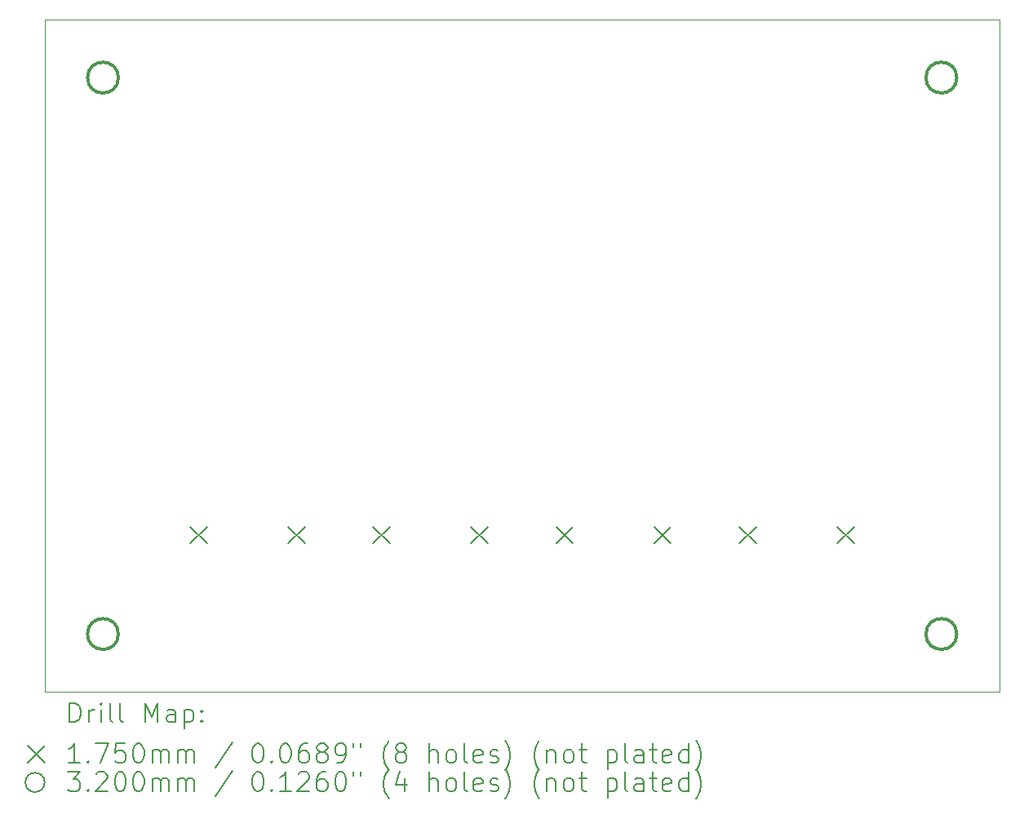
<source format=gbr>
%TF.GenerationSoftware,KiCad,Pcbnew,8.0.1*%
%TF.CreationDate,2024-04-13T19:33:17-07:00*%
%TF.ProjectId,strellpad,73747265-6c6c-4706-9164-2e6b69636164,rev?*%
%TF.SameCoordinates,Original*%
%TF.FileFunction,Drillmap*%
%TF.FilePolarity,Positive*%
%FSLAX45Y45*%
G04 Gerber Fmt 4.5, Leading zero omitted, Abs format (unit mm)*
G04 Created by KiCad (PCBNEW 8.0.1) date 2024-04-13 19:33:17*
%MOMM*%
%LPD*%
G01*
G04 APERTURE LIST*
%ADD10C,0.100000*%
%ADD11C,0.200000*%
%ADD12C,0.175000*%
%ADD13C,0.320000*%
G04 APERTURE END LIST*
D10*
X8571000Y-8750000D02*
X18471000Y-8750000D01*
X18471000Y-15725000D01*
X8571000Y-15725000D01*
X8571000Y-8750000D01*
D11*
D12*
X10075500Y-14012500D02*
X10250500Y-14187500D01*
X10250500Y-14012500D02*
X10075500Y-14187500D01*
X11091500Y-14012500D02*
X11266500Y-14187500D01*
X11266500Y-14012500D02*
X11091500Y-14187500D01*
X11975500Y-14012500D02*
X12150500Y-14187500D01*
X12150500Y-14012500D02*
X11975500Y-14187500D01*
X12991500Y-14012500D02*
X13166500Y-14187500D01*
X13166500Y-14012500D02*
X12991500Y-14187500D01*
X13875500Y-14012500D02*
X14050500Y-14187500D01*
X14050500Y-14012500D02*
X13875500Y-14187500D01*
X14891500Y-14012500D02*
X15066500Y-14187500D01*
X15066500Y-14012500D02*
X14891500Y-14187500D01*
X15775500Y-14012500D02*
X15950500Y-14187500D01*
X15950500Y-14012500D02*
X15775500Y-14187500D01*
X16791500Y-14012500D02*
X16966500Y-14187500D01*
X16966500Y-14012500D02*
X16791500Y-14187500D01*
D13*
X9331000Y-9350000D02*
G75*
G02*
X9011000Y-9350000I-160000J0D01*
G01*
X9011000Y-9350000D02*
G75*
G02*
X9331000Y-9350000I160000J0D01*
G01*
X9331000Y-15125000D02*
G75*
G02*
X9011000Y-15125000I-160000J0D01*
G01*
X9011000Y-15125000D02*
G75*
G02*
X9331000Y-15125000I160000J0D01*
G01*
X18031000Y-9350000D02*
G75*
G02*
X17711000Y-9350000I-160000J0D01*
G01*
X17711000Y-9350000D02*
G75*
G02*
X18031000Y-9350000I160000J0D01*
G01*
X18031000Y-15125000D02*
G75*
G02*
X17711000Y-15125000I-160000J0D01*
G01*
X17711000Y-15125000D02*
G75*
G02*
X18031000Y-15125000I160000J0D01*
G01*
D11*
X8826777Y-16041484D02*
X8826777Y-15841484D01*
X8826777Y-15841484D02*
X8874396Y-15841484D01*
X8874396Y-15841484D02*
X8902967Y-15851008D01*
X8902967Y-15851008D02*
X8922015Y-15870055D01*
X8922015Y-15870055D02*
X8931539Y-15889103D01*
X8931539Y-15889103D02*
X8941063Y-15927198D01*
X8941063Y-15927198D02*
X8941063Y-15955769D01*
X8941063Y-15955769D02*
X8931539Y-15993865D01*
X8931539Y-15993865D02*
X8922015Y-16012912D01*
X8922015Y-16012912D02*
X8902967Y-16031960D01*
X8902967Y-16031960D02*
X8874396Y-16041484D01*
X8874396Y-16041484D02*
X8826777Y-16041484D01*
X9026777Y-16041484D02*
X9026777Y-15908150D01*
X9026777Y-15946246D02*
X9036301Y-15927198D01*
X9036301Y-15927198D02*
X9045824Y-15917674D01*
X9045824Y-15917674D02*
X9064872Y-15908150D01*
X9064872Y-15908150D02*
X9083920Y-15908150D01*
X9150586Y-16041484D02*
X9150586Y-15908150D01*
X9150586Y-15841484D02*
X9141063Y-15851008D01*
X9141063Y-15851008D02*
X9150586Y-15860531D01*
X9150586Y-15860531D02*
X9160110Y-15851008D01*
X9160110Y-15851008D02*
X9150586Y-15841484D01*
X9150586Y-15841484D02*
X9150586Y-15860531D01*
X9274396Y-16041484D02*
X9255348Y-16031960D01*
X9255348Y-16031960D02*
X9245824Y-16012912D01*
X9245824Y-16012912D02*
X9245824Y-15841484D01*
X9379158Y-16041484D02*
X9360110Y-16031960D01*
X9360110Y-16031960D02*
X9350586Y-16012912D01*
X9350586Y-16012912D02*
X9350586Y-15841484D01*
X9607729Y-16041484D02*
X9607729Y-15841484D01*
X9607729Y-15841484D02*
X9674396Y-15984341D01*
X9674396Y-15984341D02*
X9741063Y-15841484D01*
X9741063Y-15841484D02*
X9741063Y-16041484D01*
X9922015Y-16041484D02*
X9922015Y-15936722D01*
X9922015Y-15936722D02*
X9912491Y-15917674D01*
X9912491Y-15917674D02*
X9893444Y-15908150D01*
X9893444Y-15908150D02*
X9855348Y-15908150D01*
X9855348Y-15908150D02*
X9836301Y-15917674D01*
X9922015Y-16031960D02*
X9902967Y-16041484D01*
X9902967Y-16041484D02*
X9855348Y-16041484D01*
X9855348Y-16041484D02*
X9836301Y-16031960D01*
X9836301Y-16031960D02*
X9826777Y-16012912D01*
X9826777Y-16012912D02*
X9826777Y-15993865D01*
X9826777Y-15993865D02*
X9836301Y-15974817D01*
X9836301Y-15974817D02*
X9855348Y-15965293D01*
X9855348Y-15965293D02*
X9902967Y-15965293D01*
X9902967Y-15965293D02*
X9922015Y-15955769D01*
X10017253Y-15908150D02*
X10017253Y-16108150D01*
X10017253Y-15917674D02*
X10036301Y-15908150D01*
X10036301Y-15908150D02*
X10074396Y-15908150D01*
X10074396Y-15908150D02*
X10093444Y-15917674D01*
X10093444Y-15917674D02*
X10102967Y-15927198D01*
X10102967Y-15927198D02*
X10112491Y-15946246D01*
X10112491Y-15946246D02*
X10112491Y-16003388D01*
X10112491Y-16003388D02*
X10102967Y-16022436D01*
X10102967Y-16022436D02*
X10093444Y-16031960D01*
X10093444Y-16031960D02*
X10074396Y-16041484D01*
X10074396Y-16041484D02*
X10036301Y-16041484D01*
X10036301Y-16041484D02*
X10017253Y-16031960D01*
X10198205Y-16022436D02*
X10207729Y-16031960D01*
X10207729Y-16031960D02*
X10198205Y-16041484D01*
X10198205Y-16041484D02*
X10188682Y-16031960D01*
X10188682Y-16031960D02*
X10198205Y-16022436D01*
X10198205Y-16022436D02*
X10198205Y-16041484D01*
X10198205Y-15917674D02*
X10207729Y-15927198D01*
X10207729Y-15927198D02*
X10198205Y-15936722D01*
X10198205Y-15936722D02*
X10188682Y-15927198D01*
X10188682Y-15927198D02*
X10198205Y-15917674D01*
X10198205Y-15917674D02*
X10198205Y-15936722D01*
D12*
X8391000Y-16282500D02*
X8566000Y-16457500D01*
X8566000Y-16282500D02*
X8391000Y-16457500D01*
D11*
X8931539Y-16461484D02*
X8817253Y-16461484D01*
X8874396Y-16461484D02*
X8874396Y-16261484D01*
X8874396Y-16261484D02*
X8855348Y-16290055D01*
X8855348Y-16290055D02*
X8836301Y-16309103D01*
X8836301Y-16309103D02*
X8817253Y-16318627D01*
X9017253Y-16442436D02*
X9026777Y-16451960D01*
X9026777Y-16451960D02*
X9017253Y-16461484D01*
X9017253Y-16461484D02*
X9007729Y-16451960D01*
X9007729Y-16451960D02*
X9017253Y-16442436D01*
X9017253Y-16442436D02*
X9017253Y-16461484D01*
X9093444Y-16261484D02*
X9226777Y-16261484D01*
X9226777Y-16261484D02*
X9141063Y-16461484D01*
X9398205Y-16261484D02*
X9302967Y-16261484D01*
X9302967Y-16261484D02*
X9293444Y-16356722D01*
X9293444Y-16356722D02*
X9302967Y-16347198D01*
X9302967Y-16347198D02*
X9322015Y-16337674D01*
X9322015Y-16337674D02*
X9369634Y-16337674D01*
X9369634Y-16337674D02*
X9388682Y-16347198D01*
X9388682Y-16347198D02*
X9398205Y-16356722D01*
X9398205Y-16356722D02*
X9407729Y-16375769D01*
X9407729Y-16375769D02*
X9407729Y-16423388D01*
X9407729Y-16423388D02*
X9398205Y-16442436D01*
X9398205Y-16442436D02*
X9388682Y-16451960D01*
X9388682Y-16451960D02*
X9369634Y-16461484D01*
X9369634Y-16461484D02*
X9322015Y-16461484D01*
X9322015Y-16461484D02*
X9302967Y-16451960D01*
X9302967Y-16451960D02*
X9293444Y-16442436D01*
X9531539Y-16261484D02*
X9550586Y-16261484D01*
X9550586Y-16261484D02*
X9569634Y-16271008D01*
X9569634Y-16271008D02*
X9579158Y-16280531D01*
X9579158Y-16280531D02*
X9588682Y-16299579D01*
X9588682Y-16299579D02*
X9598205Y-16337674D01*
X9598205Y-16337674D02*
X9598205Y-16385293D01*
X9598205Y-16385293D02*
X9588682Y-16423388D01*
X9588682Y-16423388D02*
X9579158Y-16442436D01*
X9579158Y-16442436D02*
X9569634Y-16451960D01*
X9569634Y-16451960D02*
X9550586Y-16461484D01*
X9550586Y-16461484D02*
X9531539Y-16461484D01*
X9531539Y-16461484D02*
X9512491Y-16451960D01*
X9512491Y-16451960D02*
X9502967Y-16442436D01*
X9502967Y-16442436D02*
X9493444Y-16423388D01*
X9493444Y-16423388D02*
X9483920Y-16385293D01*
X9483920Y-16385293D02*
X9483920Y-16337674D01*
X9483920Y-16337674D02*
X9493444Y-16299579D01*
X9493444Y-16299579D02*
X9502967Y-16280531D01*
X9502967Y-16280531D02*
X9512491Y-16271008D01*
X9512491Y-16271008D02*
X9531539Y-16261484D01*
X9683920Y-16461484D02*
X9683920Y-16328150D01*
X9683920Y-16347198D02*
X9693444Y-16337674D01*
X9693444Y-16337674D02*
X9712491Y-16328150D01*
X9712491Y-16328150D02*
X9741063Y-16328150D01*
X9741063Y-16328150D02*
X9760110Y-16337674D01*
X9760110Y-16337674D02*
X9769634Y-16356722D01*
X9769634Y-16356722D02*
X9769634Y-16461484D01*
X9769634Y-16356722D02*
X9779158Y-16337674D01*
X9779158Y-16337674D02*
X9798205Y-16328150D01*
X9798205Y-16328150D02*
X9826777Y-16328150D01*
X9826777Y-16328150D02*
X9845825Y-16337674D01*
X9845825Y-16337674D02*
X9855348Y-16356722D01*
X9855348Y-16356722D02*
X9855348Y-16461484D01*
X9950586Y-16461484D02*
X9950586Y-16328150D01*
X9950586Y-16347198D02*
X9960110Y-16337674D01*
X9960110Y-16337674D02*
X9979158Y-16328150D01*
X9979158Y-16328150D02*
X10007729Y-16328150D01*
X10007729Y-16328150D02*
X10026777Y-16337674D01*
X10026777Y-16337674D02*
X10036301Y-16356722D01*
X10036301Y-16356722D02*
X10036301Y-16461484D01*
X10036301Y-16356722D02*
X10045825Y-16337674D01*
X10045825Y-16337674D02*
X10064872Y-16328150D01*
X10064872Y-16328150D02*
X10093444Y-16328150D01*
X10093444Y-16328150D02*
X10112491Y-16337674D01*
X10112491Y-16337674D02*
X10122015Y-16356722D01*
X10122015Y-16356722D02*
X10122015Y-16461484D01*
X10512491Y-16251960D02*
X10341063Y-16509103D01*
X10769634Y-16261484D02*
X10788682Y-16261484D01*
X10788682Y-16261484D02*
X10807729Y-16271008D01*
X10807729Y-16271008D02*
X10817253Y-16280531D01*
X10817253Y-16280531D02*
X10826777Y-16299579D01*
X10826777Y-16299579D02*
X10836301Y-16337674D01*
X10836301Y-16337674D02*
X10836301Y-16385293D01*
X10836301Y-16385293D02*
X10826777Y-16423388D01*
X10826777Y-16423388D02*
X10817253Y-16442436D01*
X10817253Y-16442436D02*
X10807729Y-16451960D01*
X10807729Y-16451960D02*
X10788682Y-16461484D01*
X10788682Y-16461484D02*
X10769634Y-16461484D01*
X10769634Y-16461484D02*
X10750587Y-16451960D01*
X10750587Y-16451960D02*
X10741063Y-16442436D01*
X10741063Y-16442436D02*
X10731539Y-16423388D01*
X10731539Y-16423388D02*
X10722015Y-16385293D01*
X10722015Y-16385293D02*
X10722015Y-16337674D01*
X10722015Y-16337674D02*
X10731539Y-16299579D01*
X10731539Y-16299579D02*
X10741063Y-16280531D01*
X10741063Y-16280531D02*
X10750587Y-16271008D01*
X10750587Y-16271008D02*
X10769634Y-16261484D01*
X10922015Y-16442436D02*
X10931539Y-16451960D01*
X10931539Y-16451960D02*
X10922015Y-16461484D01*
X10922015Y-16461484D02*
X10912491Y-16451960D01*
X10912491Y-16451960D02*
X10922015Y-16442436D01*
X10922015Y-16442436D02*
X10922015Y-16461484D01*
X11055348Y-16261484D02*
X11074396Y-16261484D01*
X11074396Y-16261484D02*
X11093444Y-16271008D01*
X11093444Y-16271008D02*
X11102968Y-16280531D01*
X11102968Y-16280531D02*
X11112491Y-16299579D01*
X11112491Y-16299579D02*
X11122015Y-16337674D01*
X11122015Y-16337674D02*
X11122015Y-16385293D01*
X11122015Y-16385293D02*
X11112491Y-16423388D01*
X11112491Y-16423388D02*
X11102968Y-16442436D01*
X11102968Y-16442436D02*
X11093444Y-16451960D01*
X11093444Y-16451960D02*
X11074396Y-16461484D01*
X11074396Y-16461484D02*
X11055348Y-16461484D01*
X11055348Y-16461484D02*
X11036301Y-16451960D01*
X11036301Y-16451960D02*
X11026777Y-16442436D01*
X11026777Y-16442436D02*
X11017253Y-16423388D01*
X11017253Y-16423388D02*
X11007729Y-16385293D01*
X11007729Y-16385293D02*
X11007729Y-16337674D01*
X11007729Y-16337674D02*
X11017253Y-16299579D01*
X11017253Y-16299579D02*
X11026777Y-16280531D01*
X11026777Y-16280531D02*
X11036301Y-16271008D01*
X11036301Y-16271008D02*
X11055348Y-16261484D01*
X11293444Y-16261484D02*
X11255348Y-16261484D01*
X11255348Y-16261484D02*
X11236301Y-16271008D01*
X11236301Y-16271008D02*
X11226777Y-16280531D01*
X11226777Y-16280531D02*
X11207729Y-16309103D01*
X11207729Y-16309103D02*
X11198206Y-16347198D01*
X11198206Y-16347198D02*
X11198206Y-16423388D01*
X11198206Y-16423388D02*
X11207729Y-16442436D01*
X11207729Y-16442436D02*
X11217253Y-16451960D01*
X11217253Y-16451960D02*
X11236301Y-16461484D01*
X11236301Y-16461484D02*
X11274396Y-16461484D01*
X11274396Y-16461484D02*
X11293444Y-16451960D01*
X11293444Y-16451960D02*
X11302967Y-16442436D01*
X11302967Y-16442436D02*
X11312491Y-16423388D01*
X11312491Y-16423388D02*
X11312491Y-16375769D01*
X11312491Y-16375769D02*
X11302967Y-16356722D01*
X11302967Y-16356722D02*
X11293444Y-16347198D01*
X11293444Y-16347198D02*
X11274396Y-16337674D01*
X11274396Y-16337674D02*
X11236301Y-16337674D01*
X11236301Y-16337674D02*
X11217253Y-16347198D01*
X11217253Y-16347198D02*
X11207729Y-16356722D01*
X11207729Y-16356722D02*
X11198206Y-16375769D01*
X11426777Y-16347198D02*
X11407729Y-16337674D01*
X11407729Y-16337674D02*
X11398206Y-16328150D01*
X11398206Y-16328150D02*
X11388682Y-16309103D01*
X11388682Y-16309103D02*
X11388682Y-16299579D01*
X11388682Y-16299579D02*
X11398206Y-16280531D01*
X11398206Y-16280531D02*
X11407729Y-16271008D01*
X11407729Y-16271008D02*
X11426777Y-16261484D01*
X11426777Y-16261484D02*
X11464872Y-16261484D01*
X11464872Y-16261484D02*
X11483920Y-16271008D01*
X11483920Y-16271008D02*
X11493444Y-16280531D01*
X11493444Y-16280531D02*
X11502967Y-16299579D01*
X11502967Y-16299579D02*
X11502967Y-16309103D01*
X11502967Y-16309103D02*
X11493444Y-16328150D01*
X11493444Y-16328150D02*
X11483920Y-16337674D01*
X11483920Y-16337674D02*
X11464872Y-16347198D01*
X11464872Y-16347198D02*
X11426777Y-16347198D01*
X11426777Y-16347198D02*
X11407729Y-16356722D01*
X11407729Y-16356722D02*
X11398206Y-16366246D01*
X11398206Y-16366246D02*
X11388682Y-16385293D01*
X11388682Y-16385293D02*
X11388682Y-16423388D01*
X11388682Y-16423388D02*
X11398206Y-16442436D01*
X11398206Y-16442436D02*
X11407729Y-16451960D01*
X11407729Y-16451960D02*
X11426777Y-16461484D01*
X11426777Y-16461484D02*
X11464872Y-16461484D01*
X11464872Y-16461484D02*
X11483920Y-16451960D01*
X11483920Y-16451960D02*
X11493444Y-16442436D01*
X11493444Y-16442436D02*
X11502967Y-16423388D01*
X11502967Y-16423388D02*
X11502967Y-16385293D01*
X11502967Y-16385293D02*
X11493444Y-16366246D01*
X11493444Y-16366246D02*
X11483920Y-16356722D01*
X11483920Y-16356722D02*
X11464872Y-16347198D01*
X11598206Y-16461484D02*
X11636301Y-16461484D01*
X11636301Y-16461484D02*
X11655348Y-16451960D01*
X11655348Y-16451960D02*
X11664872Y-16442436D01*
X11664872Y-16442436D02*
X11683920Y-16413865D01*
X11683920Y-16413865D02*
X11693444Y-16375769D01*
X11693444Y-16375769D02*
X11693444Y-16299579D01*
X11693444Y-16299579D02*
X11683920Y-16280531D01*
X11683920Y-16280531D02*
X11674396Y-16271008D01*
X11674396Y-16271008D02*
X11655348Y-16261484D01*
X11655348Y-16261484D02*
X11617253Y-16261484D01*
X11617253Y-16261484D02*
X11598206Y-16271008D01*
X11598206Y-16271008D02*
X11588682Y-16280531D01*
X11588682Y-16280531D02*
X11579158Y-16299579D01*
X11579158Y-16299579D02*
X11579158Y-16347198D01*
X11579158Y-16347198D02*
X11588682Y-16366246D01*
X11588682Y-16366246D02*
X11598206Y-16375769D01*
X11598206Y-16375769D02*
X11617253Y-16385293D01*
X11617253Y-16385293D02*
X11655348Y-16385293D01*
X11655348Y-16385293D02*
X11674396Y-16375769D01*
X11674396Y-16375769D02*
X11683920Y-16366246D01*
X11683920Y-16366246D02*
X11693444Y-16347198D01*
X11769634Y-16261484D02*
X11769634Y-16299579D01*
X11845825Y-16261484D02*
X11845825Y-16299579D01*
X12141063Y-16537674D02*
X12131539Y-16528150D01*
X12131539Y-16528150D02*
X12112491Y-16499579D01*
X12112491Y-16499579D02*
X12102968Y-16480531D01*
X12102968Y-16480531D02*
X12093444Y-16451960D01*
X12093444Y-16451960D02*
X12083920Y-16404341D01*
X12083920Y-16404341D02*
X12083920Y-16366246D01*
X12083920Y-16366246D02*
X12093444Y-16318627D01*
X12093444Y-16318627D02*
X12102968Y-16290055D01*
X12102968Y-16290055D02*
X12112491Y-16271008D01*
X12112491Y-16271008D02*
X12131539Y-16242436D01*
X12131539Y-16242436D02*
X12141063Y-16232912D01*
X12245825Y-16347198D02*
X12226777Y-16337674D01*
X12226777Y-16337674D02*
X12217253Y-16328150D01*
X12217253Y-16328150D02*
X12207729Y-16309103D01*
X12207729Y-16309103D02*
X12207729Y-16299579D01*
X12207729Y-16299579D02*
X12217253Y-16280531D01*
X12217253Y-16280531D02*
X12226777Y-16271008D01*
X12226777Y-16271008D02*
X12245825Y-16261484D01*
X12245825Y-16261484D02*
X12283920Y-16261484D01*
X12283920Y-16261484D02*
X12302968Y-16271008D01*
X12302968Y-16271008D02*
X12312491Y-16280531D01*
X12312491Y-16280531D02*
X12322015Y-16299579D01*
X12322015Y-16299579D02*
X12322015Y-16309103D01*
X12322015Y-16309103D02*
X12312491Y-16328150D01*
X12312491Y-16328150D02*
X12302968Y-16337674D01*
X12302968Y-16337674D02*
X12283920Y-16347198D01*
X12283920Y-16347198D02*
X12245825Y-16347198D01*
X12245825Y-16347198D02*
X12226777Y-16356722D01*
X12226777Y-16356722D02*
X12217253Y-16366246D01*
X12217253Y-16366246D02*
X12207729Y-16385293D01*
X12207729Y-16385293D02*
X12207729Y-16423388D01*
X12207729Y-16423388D02*
X12217253Y-16442436D01*
X12217253Y-16442436D02*
X12226777Y-16451960D01*
X12226777Y-16451960D02*
X12245825Y-16461484D01*
X12245825Y-16461484D02*
X12283920Y-16461484D01*
X12283920Y-16461484D02*
X12302968Y-16451960D01*
X12302968Y-16451960D02*
X12312491Y-16442436D01*
X12312491Y-16442436D02*
X12322015Y-16423388D01*
X12322015Y-16423388D02*
X12322015Y-16385293D01*
X12322015Y-16385293D02*
X12312491Y-16366246D01*
X12312491Y-16366246D02*
X12302968Y-16356722D01*
X12302968Y-16356722D02*
X12283920Y-16347198D01*
X12560110Y-16461484D02*
X12560110Y-16261484D01*
X12645825Y-16461484D02*
X12645825Y-16356722D01*
X12645825Y-16356722D02*
X12636301Y-16337674D01*
X12636301Y-16337674D02*
X12617253Y-16328150D01*
X12617253Y-16328150D02*
X12588682Y-16328150D01*
X12588682Y-16328150D02*
X12569634Y-16337674D01*
X12569634Y-16337674D02*
X12560110Y-16347198D01*
X12769634Y-16461484D02*
X12750587Y-16451960D01*
X12750587Y-16451960D02*
X12741063Y-16442436D01*
X12741063Y-16442436D02*
X12731539Y-16423388D01*
X12731539Y-16423388D02*
X12731539Y-16366246D01*
X12731539Y-16366246D02*
X12741063Y-16347198D01*
X12741063Y-16347198D02*
X12750587Y-16337674D01*
X12750587Y-16337674D02*
X12769634Y-16328150D01*
X12769634Y-16328150D02*
X12798206Y-16328150D01*
X12798206Y-16328150D02*
X12817253Y-16337674D01*
X12817253Y-16337674D02*
X12826777Y-16347198D01*
X12826777Y-16347198D02*
X12836301Y-16366246D01*
X12836301Y-16366246D02*
X12836301Y-16423388D01*
X12836301Y-16423388D02*
X12826777Y-16442436D01*
X12826777Y-16442436D02*
X12817253Y-16451960D01*
X12817253Y-16451960D02*
X12798206Y-16461484D01*
X12798206Y-16461484D02*
X12769634Y-16461484D01*
X12950587Y-16461484D02*
X12931539Y-16451960D01*
X12931539Y-16451960D02*
X12922015Y-16432912D01*
X12922015Y-16432912D02*
X12922015Y-16261484D01*
X13102968Y-16451960D02*
X13083920Y-16461484D01*
X13083920Y-16461484D02*
X13045825Y-16461484D01*
X13045825Y-16461484D02*
X13026777Y-16451960D01*
X13026777Y-16451960D02*
X13017253Y-16432912D01*
X13017253Y-16432912D02*
X13017253Y-16356722D01*
X13017253Y-16356722D02*
X13026777Y-16337674D01*
X13026777Y-16337674D02*
X13045825Y-16328150D01*
X13045825Y-16328150D02*
X13083920Y-16328150D01*
X13083920Y-16328150D02*
X13102968Y-16337674D01*
X13102968Y-16337674D02*
X13112491Y-16356722D01*
X13112491Y-16356722D02*
X13112491Y-16375769D01*
X13112491Y-16375769D02*
X13017253Y-16394817D01*
X13188682Y-16451960D02*
X13207730Y-16461484D01*
X13207730Y-16461484D02*
X13245825Y-16461484D01*
X13245825Y-16461484D02*
X13264872Y-16451960D01*
X13264872Y-16451960D02*
X13274396Y-16432912D01*
X13274396Y-16432912D02*
X13274396Y-16423388D01*
X13274396Y-16423388D02*
X13264872Y-16404341D01*
X13264872Y-16404341D02*
X13245825Y-16394817D01*
X13245825Y-16394817D02*
X13217253Y-16394817D01*
X13217253Y-16394817D02*
X13198206Y-16385293D01*
X13198206Y-16385293D02*
X13188682Y-16366246D01*
X13188682Y-16366246D02*
X13188682Y-16356722D01*
X13188682Y-16356722D02*
X13198206Y-16337674D01*
X13198206Y-16337674D02*
X13217253Y-16328150D01*
X13217253Y-16328150D02*
X13245825Y-16328150D01*
X13245825Y-16328150D02*
X13264872Y-16337674D01*
X13341063Y-16537674D02*
X13350587Y-16528150D01*
X13350587Y-16528150D02*
X13369634Y-16499579D01*
X13369634Y-16499579D02*
X13379158Y-16480531D01*
X13379158Y-16480531D02*
X13388682Y-16451960D01*
X13388682Y-16451960D02*
X13398206Y-16404341D01*
X13398206Y-16404341D02*
X13398206Y-16366246D01*
X13398206Y-16366246D02*
X13388682Y-16318627D01*
X13388682Y-16318627D02*
X13379158Y-16290055D01*
X13379158Y-16290055D02*
X13369634Y-16271008D01*
X13369634Y-16271008D02*
X13350587Y-16242436D01*
X13350587Y-16242436D02*
X13341063Y-16232912D01*
X13702968Y-16537674D02*
X13693444Y-16528150D01*
X13693444Y-16528150D02*
X13674396Y-16499579D01*
X13674396Y-16499579D02*
X13664872Y-16480531D01*
X13664872Y-16480531D02*
X13655349Y-16451960D01*
X13655349Y-16451960D02*
X13645825Y-16404341D01*
X13645825Y-16404341D02*
X13645825Y-16366246D01*
X13645825Y-16366246D02*
X13655349Y-16318627D01*
X13655349Y-16318627D02*
X13664872Y-16290055D01*
X13664872Y-16290055D02*
X13674396Y-16271008D01*
X13674396Y-16271008D02*
X13693444Y-16242436D01*
X13693444Y-16242436D02*
X13702968Y-16232912D01*
X13779158Y-16328150D02*
X13779158Y-16461484D01*
X13779158Y-16347198D02*
X13788682Y-16337674D01*
X13788682Y-16337674D02*
X13807730Y-16328150D01*
X13807730Y-16328150D02*
X13836301Y-16328150D01*
X13836301Y-16328150D02*
X13855349Y-16337674D01*
X13855349Y-16337674D02*
X13864872Y-16356722D01*
X13864872Y-16356722D02*
X13864872Y-16461484D01*
X13988682Y-16461484D02*
X13969634Y-16451960D01*
X13969634Y-16451960D02*
X13960111Y-16442436D01*
X13960111Y-16442436D02*
X13950587Y-16423388D01*
X13950587Y-16423388D02*
X13950587Y-16366246D01*
X13950587Y-16366246D02*
X13960111Y-16347198D01*
X13960111Y-16347198D02*
X13969634Y-16337674D01*
X13969634Y-16337674D02*
X13988682Y-16328150D01*
X13988682Y-16328150D02*
X14017253Y-16328150D01*
X14017253Y-16328150D02*
X14036301Y-16337674D01*
X14036301Y-16337674D02*
X14045825Y-16347198D01*
X14045825Y-16347198D02*
X14055349Y-16366246D01*
X14055349Y-16366246D02*
X14055349Y-16423388D01*
X14055349Y-16423388D02*
X14045825Y-16442436D01*
X14045825Y-16442436D02*
X14036301Y-16451960D01*
X14036301Y-16451960D02*
X14017253Y-16461484D01*
X14017253Y-16461484D02*
X13988682Y-16461484D01*
X14112492Y-16328150D02*
X14188682Y-16328150D01*
X14141063Y-16261484D02*
X14141063Y-16432912D01*
X14141063Y-16432912D02*
X14150587Y-16451960D01*
X14150587Y-16451960D02*
X14169634Y-16461484D01*
X14169634Y-16461484D02*
X14188682Y-16461484D01*
X14407730Y-16328150D02*
X14407730Y-16528150D01*
X14407730Y-16337674D02*
X14426777Y-16328150D01*
X14426777Y-16328150D02*
X14464873Y-16328150D01*
X14464873Y-16328150D02*
X14483920Y-16337674D01*
X14483920Y-16337674D02*
X14493444Y-16347198D01*
X14493444Y-16347198D02*
X14502968Y-16366246D01*
X14502968Y-16366246D02*
X14502968Y-16423388D01*
X14502968Y-16423388D02*
X14493444Y-16442436D01*
X14493444Y-16442436D02*
X14483920Y-16451960D01*
X14483920Y-16451960D02*
X14464873Y-16461484D01*
X14464873Y-16461484D02*
X14426777Y-16461484D01*
X14426777Y-16461484D02*
X14407730Y-16451960D01*
X14617253Y-16461484D02*
X14598206Y-16451960D01*
X14598206Y-16451960D02*
X14588682Y-16432912D01*
X14588682Y-16432912D02*
X14588682Y-16261484D01*
X14779158Y-16461484D02*
X14779158Y-16356722D01*
X14779158Y-16356722D02*
X14769634Y-16337674D01*
X14769634Y-16337674D02*
X14750587Y-16328150D01*
X14750587Y-16328150D02*
X14712492Y-16328150D01*
X14712492Y-16328150D02*
X14693444Y-16337674D01*
X14779158Y-16451960D02*
X14760111Y-16461484D01*
X14760111Y-16461484D02*
X14712492Y-16461484D01*
X14712492Y-16461484D02*
X14693444Y-16451960D01*
X14693444Y-16451960D02*
X14683920Y-16432912D01*
X14683920Y-16432912D02*
X14683920Y-16413865D01*
X14683920Y-16413865D02*
X14693444Y-16394817D01*
X14693444Y-16394817D02*
X14712492Y-16385293D01*
X14712492Y-16385293D02*
X14760111Y-16385293D01*
X14760111Y-16385293D02*
X14779158Y-16375769D01*
X14845825Y-16328150D02*
X14922015Y-16328150D01*
X14874396Y-16261484D02*
X14874396Y-16432912D01*
X14874396Y-16432912D02*
X14883920Y-16451960D01*
X14883920Y-16451960D02*
X14902968Y-16461484D01*
X14902968Y-16461484D02*
X14922015Y-16461484D01*
X15064873Y-16451960D02*
X15045825Y-16461484D01*
X15045825Y-16461484D02*
X15007730Y-16461484D01*
X15007730Y-16461484D02*
X14988682Y-16451960D01*
X14988682Y-16451960D02*
X14979158Y-16432912D01*
X14979158Y-16432912D02*
X14979158Y-16356722D01*
X14979158Y-16356722D02*
X14988682Y-16337674D01*
X14988682Y-16337674D02*
X15007730Y-16328150D01*
X15007730Y-16328150D02*
X15045825Y-16328150D01*
X15045825Y-16328150D02*
X15064873Y-16337674D01*
X15064873Y-16337674D02*
X15074396Y-16356722D01*
X15074396Y-16356722D02*
X15074396Y-16375769D01*
X15074396Y-16375769D02*
X14979158Y-16394817D01*
X15245825Y-16461484D02*
X15245825Y-16261484D01*
X15245825Y-16451960D02*
X15226777Y-16461484D01*
X15226777Y-16461484D02*
X15188682Y-16461484D01*
X15188682Y-16461484D02*
X15169634Y-16451960D01*
X15169634Y-16451960D02*
X15160111Y-16442436D01*
X15160111Y-16442436D02*
X15150587Y-16423388D01*
X15150587Y-16423388D02*
X15150587Y-16366246D01*
X15150587Y-16366246D02*
X15160111Y-16347198D01*
X15160111Y-16347198D02*
X15169634Y-16337674D01*
X15169634Y-16337674D02*
X15188682Y-16328150D01*
X15188682Y-16328150D02*
X15226777Y-16328150D01*
X15226777Y-16328150D02*
X15245825Y-16337674D01*
X15322015Y-16537674D02*
X15331539Y-16528150D01*
X15331539Y-16528150D02*
X15350587Y-16499579D01*
X15350587Y-16499579D02*
X15360111Y-16480531D01*
X15360111Y-16480531D02*
X15369634Y-16451960D01*
X15369634Y-16451960D02*
X15379158Y-16404341D01*
X15379158Y-16404341D02*
X15379158Y-16366246D01*
X15379158Y-16366246D02*
X15369634Y-16318627D01*
X15369634Y-16318627D02*
X15360111Y-16290055D01*
X15360111Y-16290055D02*
X15350587Y-16271008D01*
X15350587Y-16271008D02*
X15331539Y-16242436D01*
X15331539Y-16242436D02*
X15322015Y-16232912D01*
X8566000Y-16665000D02*
G75*
G02*
X8366000Y-16665000I-100000J0D01*
G01*
X8366000Y-16665000D02*
G75*
G02*
X8566000Y-16665000I100000J0D01*
G01*
X8807729Y-16556484D02*
X8931539Y-16556484D01*
X8931539Y-16556484D02*
X8864872Y-16632674D01*
X8864872Y-16632674D02*
X8893444Y-16632674D01*
X8893444Y-16632674D02*
X8912491Y-16642198D01*
X8912491Y-16642198D02*
X8922015Y-16651722D01*
X8922015Y-16651722D02*
X8931539Y-16670769D01*
X8931539Y-16670769D02*
X8931539Y-16718388D01*
X8931539Y-16718388D02*
X8922015Y-16737436D01*
X8922015Y-16737436D02*
X8912491Y-16746960D01*
X8912491Y-16746960D02*
X8893444Y-16756484D01*
X8893444Y-16756484D02*
X8836301Y-16756484D01*
X8836301Y-16756484D02*
X8817253Y-16746960D01*
X8817253Y-16746960D02*
X8807729Y-16737436D01*
X9017253Y-16737436D02*
X9026777Y-16746960D01*
X9026777Y-16746960D02*
X9017253Y-16756484D01*
X9017253Y-16756484D02*
X9007729Y-16746960D01*
X9007729Y-16746960D02*
X9017253Y-16737436D01*
X9017253Y-16737436D02*
X9017253Y-16756484D01*
X9102967Y-16575531D02*
X9112491Y-16566008D01*
X9112491Y-16566008D02*
X9131539Y-16556484D01*
X9131539Y-16556484D02*
X9179158Y-16556484D01*
X9179158Y-16556484D02*
X9198205Y-16566008D01*
X9198205Y-16566008D02*
X9207729Y-16575531D01*
X9207729Y-16575531D02*
X9217253Y-16594579D01*
X9217253Y-16594579D02*
X9217253Y-16613627D01*
X9217253Y-16613627D02*
X9207729Y-16642198D01*
X9207729Y-16642198D02*
X9093444Y-16756484D01*
X9093444Y-16756484D02*
X9217253Y-16756484D01*
X9341063Y-16556484D02*
X9360110Y-16556484D01*
X9360110Y-16556484D02*
X9379158Y-16566008D01*
X9379158Y-16566008D02*
X9388682Y-16575531D01*
X9388682Y-16575531D02*
X9398205Y-16594579D01*
X9398205Y-16594579D02*
X9407729Y-16632674D01*
X9407729Y-16632674D02*
X9407729Y-16680293D01*
X9407729Y-16680293D02*
X9398205Y-16718388D01*
X9398205Y-16718388D02*
X9388682Y-16737436D01*
X9388682Y-16737436D02*
X9379158Y-16746960D01*
X9379158Y-16746960D02*
X9360110Y-16756484D01*
X9360110Y-16756484D02*
X9341063Y-16756484D01*
X9341063Y-16756484D02*
X9322015Y-16746960D01*
X9322015Y-16746960D02*
X9312491Y-16737436D01*
X9312491Y-16737436D02*
X9302967Y-16718388D01*
X9302967Y-16718388D02*
X9293444Y-16680293D01*
X9293444Y-16680293D02*
X9293444Y-16632674D01*
X9293444Y-16632674D02*
X9302967Y-16594579D01*
X9302967Y-16594579D02*
X9312491Y-16575531D01*
X9312491Y-16575531D02*
X9322015Y-16566008D01*
X9322015Y-16566008D02*
X9341063Y-16556484D01*
X9531539Y-16556484D02*
X9550586Y-16556484D01*
X9550586Y-16556484D02*
X9569634Y-16566008D01*
X9569634Y-16566008D02*
X9579158Y-16575531D01*
X9579158Y-16575531D02*
X9588682Y-16594579D01*
X9588682Y-16594579D02*
X9598205Y-16632674D01*
X9598205Y-16632674D02*
X9598205Y-16680293D01*
X9598205Y-16680293D02*
X9588682Y-16718388D01*
X9588682Y-16718388D02*
X9579158Y-16737436D01*
X9579158Y-16737436D02*
X9569634Y-16746960D01*
X9569634Y-16746960D02*
X9550586Y-16756484D01*
X9550586Y-16756484D02*
X9531539Y-16756484D01*
X9531539Y-16756484D02*
X9512491Y-16746960D01*
X9512491Y-16746960D02*
X9502967Y-16737436D01*
X9502967Y-16737436D02*
X9493444Y-16718388D01*
X9493444Y-16718388D02*
X9483920Y-16680293D01*
X9483920Y-16680293D02*
X9483920Y-16632674D01*
X9483920Y-16632674D02*
X9493444Y-16594579D01*
X9493444Y-16594579D02*
X9502967Y-16575531D01*
X9502967Y-16575531D02*
X9512491Y-16566008D01*
X9512491Y-16566008D02*
X9531539Y-16556484D01*
X9683920Y-16756484D02*
X9683920Y-16623150D01*
X9683920Y-16642198D02*
X9693444Y-16632674D01*
X9693444Y-16632674D02*
X9712491Y-16623150D01*
X9712491Y-16623150D02*
X9741063Y-16623150D01*
X9741063Y-16623150D02*
X9760110Y-16632674D01*
X9760110Y-16632674D02*
X9769634Y-16651722D01*
X9769634Y-16651722D02*
X9769634Y-16756484D01*
X9769634Y-16651722D02*
X9779158Y-16632674D01*
X9779158Y-16632674D02*
X9798205Y-16623150D01*
X9798205Y-16623150D02*
X9826777Y-16623150D01*
X9826777Y-16623150D02*
X9845825Y-16632674D01*
X9845825Y-16632674D02*
X9855348Y-16651722D01*
X9855348Y-16651722D02*
X9855348Y-16756484D01*
X9950586Y-16756484D02*
X9950586Y-16623150D01*
X9950586Y-16642198D02*
X9960110Y-16632674D01*
X9960110Y-16632674D02*
X9979158Y-16623150D01*
X9979158Y-16623150D02*
X10007729Y-16623150D01*
X10007729Y-16623150D02*
X10026777Y-16632674D01*
X10026777Y-16632674D02*
X10036301Y-16651722D01*
X10036301Y-16651722D02*
X10036301Y-16756484D01*
X10036301Y-16651722D02*
X10045825Y-16632674D01*
X10045825Y-16632674D02*
X10064872Y-16623150D01*
X10064872Y-16623150D02*
X10093444Y-16623150D01*
X10093444Y-16623150D02*
X10112491Y-16632674D01*
X10112491Y-16632674D02*
X10122015Y-16651722D01*
X10122015Y-16651722D02*
X10122015Y-16756484D01*
X10512491Y-16546960D02*
X10341063Y-16804103D01*
X10769634Y-16556484D02*
X10788682Y-16556484D01*
X10788682Y-16556484D02*
X10807729Y-16566008D01*
X10807729Y-16566008D02*
X10817253Y-16575531D01*
X10817253Y-16575531D02*
X10826777Y-16594579D01*
X10826777Y-16594579D02*
X10836301Y-16632674D01*
X10836301Y-16632674D02*
X10836301Y-16680293D01*
X10836301Y-16680293D02*
X10826777Y-16718388D01*
X10826777Y-16718388D02*
X10817253Y-16737436D01*
X10817253Y-16737436D02*
X10807729Y-16746960D01*
X10807729Y-16746960D02*
X10788682Y-16756484D01*
X10788682Y-16756484D02*
X10769634Y-16756484D01*
X10769634Y-16756484D02*
X10750587Y-16746960D01*
X10750587Y-16746960D02*
X10741063Y-16737436D01*
X10741063Y-16737436D02*
X10731539Y-16718388D01*
X10731539Y-16718388D02*
X10722015Y-16680293D01*
X10722015Y-16680293D02*
X10722015Y-16632674D01*
X10722015Y-16632674D02*
X10731539Y-16594579D01*
X10731539Y-16594579D02*
X10741063Y-16575531D01*
X10741063Y-16575531D02*
X10750587Y-16566008D01*
X10750587Y-16566008D02*
X10769634Y-16556484D01*
X10922015Y-16737436D02*
X10931539Y-16746960D01*
X10931539Y-16746960D02*
X10922015Y-16756484D01*
X10922015Y-16756484D02*
X10912491Y-16746960D01*
X10912491Y-16746960D02*
X10922015Y-16737436D01*
X10922015Y-16737436D02*
X10922015Y-16756484D01*
X11122015Y-16756484D02*
X11007729Y-16756484D01*
X11064872Y-16756484D02*
X11064872Y-16556484D01*
X11064872Y-16556484D02*
X11045825Y-16585055D01*
X11045825Y-16585055D02*
X11026777Y-16604103D01*
X11026777Y-16604103D02*
X11007729Y-16613627D01*
X11198206Y-16575531D02*
X11207729Y-16566008D01*
X11207729Y-16566008D02*
X11226777Y-16556484D01*
X11226777Y-16556484D02*
X11274396Y-16556484D01*
X11274396Y-16556484D02*
X11293444Y-16566008D01*
X11293444Y-16566008D02*
X11302967Y-16575531D01*
X11302967Y-16575531D02*
X11312491Y-16594579D01*
X11312491Y-16594579D02*
X11312491Y-16613627D01*
X11312491Y-16613627D02*
X11302967Y-16642198D01*
X11302967Y-16642198D02*
X11188682Y-16756484D01*
X11188682Y-16756484D02*
X11312491Y-16756484D01*
X11483920Y-16556484D02*
X11445825Y-16556484D01*
X11445825Y-16556484D02*
X11426777Y-16566008D01*
X11426777Y-16566008D02*
X11417253Y-16575531D01*
X11417253Y-16575531D02*
X11398206Y-16604103D01*
X11398206Y-16604103D02*
X11388682Y-16642198D01*
X11388682Y-16642198D02*
X11388682Y-16718388D01*
X11388682Y-16718388D02*
X11398206Y-16737436D01*
X11398206Y-16737436D02*
X11407729Y-16746960D01*
X11407729Y-16746960D02*
X11426777Y-16756484D01*
X11426777Y-16756484D02*
X11464872Y-16756484D01*
X11464872Y-16756484D02*
X11483920Y-16746960D01*
X11483920Y-16746960D02*
X11493444Y-16737436D01*
X11493444Y-16737436D02*
X11502967Y-16718388D01*
X11502967Y-16718388D02*
X11502967Y-16670769D01*
X11502967Y-16670769D02*
X11493444Y-16651722D01*
X11493444Y-16651722D02*
X11483920Y-16642198D01*
X11483920Y-16642198D02*
X11464872Y-16632674D01*
X11464872Y-16632674D02*
X11426777Y-16632674D01*
X11426777Y-16632674D02*
X11407729Y-16642198D01*
X11407729Y-16642198D02*
X11398206Y-16651722D01*
X11398206Y-16651722D02*
X11388682Y-16670769D01*
X11626777Y-16556484D02*
X11645825Y-16556484D01*
X11645825Y-16556484D02*
X11664872Y-16566008D01*
X11664872Y-16566008D02*
X11674396Y-16575531D01*
X11674396Y-16575531D02*
X11683920Y-16594579D01*
X11683920Y-16594579D02*
X11693444Y-16632674D01*
X11693444Y-16632674D02*
X11693444Y-16680293D01*
X11693444Y-16680293D02*
X11683920Y-16718388D01*
X11683920Y-16718388D02*
X11674396Y-16737436D01*
X11674396Y-16737436D02*
X11664872Y-16746960D01*
X11664872Y-16746960D02*
X11645825Y-16756484D01*
X11645825Y-16756484D02*
X11626777Y-16756484D01*
X11626777Y-16756484D02*
X11607729Y-16746960D01*
X11607729Y-16746960D02*
X11598206Y-16737436D01*
X11598206Y-16737436D02*
X11588682Y-16718388D01*
X11588682Y-16718388D02*
X11579158Y-16680293D01*
X11579158Y-16680293D02*
X11579158Y-16632674D01*
X11579158Y-16632674D02*
X11588682Y-16594579D01*
X11588682Y-16594579D02*
X11598206Y-16575531D01*
X11598206Y-16575531D02*
X11607729Y-16566008D01*
X11607729Y-16566008D02*
X11626777Y-16556484D01*
X11769634Y-16556484D02*
X11769634Y-16594579D01*
X11845825Y-16556484D02*
X11845825Y-16594579D01*
X12141063Y-16832674D02*
X12131539Y-16823150D01*
X12131539Y-16823150D02*
X12112491Y-16794579D01*
X12112491Y-16794579D02*
X12102968Y-16775531D01*
X12102968Y-16775531D02*
X12093444Y-16746960D01*
X12093444Y-16746960D02*
X12083920Y-16699341D01*
X12083920Y-16699341D02*
X12083920Y-16661246D01*
X12083920Y-16661246D02*
X12093444Y-16613627D01*
X12093444Y-16613627D02*
X12102968Y-16585055D01*
X12102968Y-16585055D02*
X12112491Y-16566008D01*
X12112491Y-16566008D02*
X12131539Y-16537436D01*
X12131539Y-16537436D02*
X12141063Y-16527912D01*
X12302968Y-16623150D02*
X12302968Y-16756484D01*
X12255348Y-16546960D02*
X12207729Y-16689817D01*
X12207729Y-16689817D02*
X12331539Y-16689817D01*
X12560110Y-16756484D02*
X12560110Y-16556484D01*
X12645825Y-16756484D02*
X12645825Y-16651722D01*
X12645825Y-16651722D02*
X12636301Y-16632674D01*
X12636301Y-16632674D02*
X12617253Y-16623150D01*
X12617253Y-16623150D02*
X12588682Y-16623150D01*
X12588682Y-16623150D02*
X12569634Y-16632674D01*
X12569634Y-16632674D02*
X12560110Y-16642198D01*
X12769634Y-16756484D02*
X12750587Y-16746960D01*
X12750587Y-16746960D02*
X12741063Y-16737436D01*
X12741063Y-16737436D02*
X12731539Y-16718388D01*
X12731539Y-16718388D02*
X12731539Y-16661246D01*
X12731539Y-16661246D02*
X12741063Y-16642198D01*
X12741063Y-16642198D02*
X12750587Y-16632674D01*
X12750587Y-16632674D02*
X12769634Y-16623150D01*
X12769634Y-16623150D02*
X12798206Y-16623150D01*
X12798206Y-16623150D02*
X12817253Y-16632674D01*
X12817253Y-16632674D02*
X12826777Y-16642198D01*
X12826777Y-16642198D02*
X12836301Y-16661246D01*
X12836301Y-16661246D02*
X12836301Y-16718388D01*
X12836301Y-16718388D02*
X12826777Y-16737436D01*
X12826777Y-16737436D02*
X12817253Y-16746960D01*
X12817253Y-16746960D02*
X12798206Y-16756484D01*
X12798206Y-16756484D02*
X12769634Y-16756484D01*
X12950587Y-16756484D02*
X12931539Y-16746960D01*
X12931539Y-16746960D02*
X12922015Y-16727912D01*
X12922015Y-16727912D02*
X12922015Y-16556484D01*
X13102968Y-16746960D02*
X13083920Y-16756484D01*
X13083920Y-16756484D02*
X13045825Y-16756484D01*
X13045825Y-16756484D02*
X13026777Y-16746960D01*
X13026777Y-16746960D02*
X13017253Y-16727912D01*
X13017253Y-16727912D02*
X13017253Y-16651722D01*
X13017253Y-16651722D02*
X13026777Y-16632674D01*
X13026777Y-16632674D02*
X13045825Y-16623150D01*
X13045825Y-16623150D02*
X13083920Y-16623150D01*
X13083920Y-16623150D02*
X13102968Y-16632674D01*
X13102968Y-16632674D02*
X13112491Y-16651722D01*
X13112491Y-16651722D02*
X13112491Y-16670769D01*
X13112491Y-16670769D02*
X13017253Y-16689817D01*
X13188682Y-16746960D02*
X13207730Y-16756484D01*
X13207730Y-16756484D02*
X13245825Y-16756484D01*
X13245825Y-16756484D02*
X13264872Y-16746960D01*
X13264872Y-16746960D02*
X13274396Y-16727912D01*
X13274396Y-16727912D02*
X13274396Y-16718388D01*
X13274396Y-16718388D02*
X13264872Y-16699341D01*
X13264872Y-16699341D02*
X13245825Y-16689817D01*
X13245825Y-16689817D02*
X13217253Y-16689817D01*
X13217253Y-16689817D02*
X13198206Y-16680293D01*
X13198206Y-16680293D02*
X13188682Y-16661246D01*
X13188682Y-16661246D02*
X13188682Y-16651722D01*
X13188682Y-16651722D02*
X13198206Y-16632674D01*
X13198206Y-16632674D02*
X13217253Y-16623150D01*
X13217253Y-16623150D02*
X13245825Y-16623150D01*
X13245825Y-16623150D02*
X13264872Y-16632674D01*
X13341063Y-16832674D02*
X13350587Y-16823150D01*
X13350587Y-16823150D02*
X13369634Y-16794579D01*
X13369634Y-16794579D02*
X13379158Y-16775531D01*
X13379158Y-16775531D02*
X13388682Y-16746960D01*
X13388682Y-16746960D02*
X13398206Y-16699341D01*
X13398206Y-16699341D02*
X13398206Y-16661246D01*
X13398206Y-16661246D02*
X13388682Y-16613627D01*
X13388682Y-16613627D02*
X13379158Y-16585055D01*
X13379158Y-16585055D02*
X13369634Y-16566008D01*
X13369634Y-16566008D02*
X13350587Y-16537436D01*
X13350587Y-16537436D02*
X13341063Y-16527912D01*
X13702968Y-16832674D02*
X13693444Y-16823150D01*
X13693444Y-16823150D02*
X13674396Y-16794579D01*
X13674396Y-16794579D02*
X13664872Y-16775531D01*
X13664872Y-16775531D02*
X13655349Y-16746960D01*
X13655349Y-16746960D02*
X13645825Y-16699341D01*
X13645825Y-16699341D02*
X13645825Y-16661246D01*
X13645825Y-16661246D02*
X13655349Y-16613627D01*
X13655349Y-16613627D02*
X13664872Y-16585055D01*
X13664872Y-16585055D02*
X13674396Y-16566008D01*
X13674396Y-16566008D02*
X13693444Y-16537436D01*
X13693444Y-16537436D02*
X13702968Y-16527912D01*
X13779158Y-16623150D02*
X13779158Y-16756484D01*
X13779158Y-16642198D02*
X13788682Y-16632674D01*
X13788682Y-16632674D02*
X13807730Y-16623150D01*
X13807730Y-16623150D02*
X13836301Y-16623150D01*
X13836301Y-16623150D02*
X13855349Y-16632674D01*
X13855349Y-16632674D02*
X13864872Y-16651722D01*
X13864872Y-16651722D02*
X13864872Y-16756484D01*
X13988682Y-16756484D02*
X13969634Y-16746960D01*
X13969634Y-16746960D02*
X13960111Y-16737436D01*
X13960111Y-16737436D02*
X13950587Y-16718388D01*
X13950587Y-16718388D02*
X13950587Y-16661246D01*
X13950587Y-16661246D02*
X13960111Y-16642198D01*
X13960111Y-16642198D02*
X13969634Y-16632674D01*
X13969634Y-16632674D02*
X13988682Y-16623150D01*
X13988682Y-16623150D02*
X14017253Y-16623150D01*
X14017253Y-16623150D02*
X14036301Y-16632674D01*
X14036301Y-16632674D02*
X14045825Y-16642198D01*
X14045825Y-16642198D02*
X14055349Y-16661246D01*
X14055349Y-16661246D02*
X14055349Y-16718388D01*
X14055349Y-16718388D02*
X14045825Y-16737436D01*
X14045825Y-16737436D02*
X14036301Y-16746960D01*
X14036301Y-16746960D02*
X14017253Y-16756484D01*
X14017253Y-16756484D02*
X13988682Y-16756484D01*
X14112492Y-16623150D02*
X14188682Y-16623150D01*
X14141063Y-16556484D02*
X14141063Y-16727912D01*
X14141063Y-16727912D02*
X14150587Y-16746960D01*
X14150587Y-16746960D02*
X14169634Y-16756484D01*
X14169634Y-16756484D02*
X14188682Y-16756484D01*
X14407730Y-16623150D02*
X14407730Y-16823150D01*
X14407730Y-16632674D02*
X14426777Y-16623150D01*
X14426777Y-16623150D02*
X14464873Y-16623150D01*
X14464873Y-16623150D02*
X14483920Y-16632674D01*
X14483920Y-16632674D02*
X14493444Y-16642198D01*
X14493444Y-16642198D02*
X14502968Y-16661246D01*
X14502968Y-16661246D02*
X14502968Y-16718388D01*
X14502968Y-16718388D02*
X14493444Y-16737436D01*
X14493444Y-16737436D02*
X14483920Y-16746960D01*
X14483920Y-16746960D02*
X14464873Y-16756484D01*
X14464873Y-16756484D02*
X14426777Y-16756484D01*
X14426777Y-16756484D02*
X14407730Y-16746960D01*
X14617253Y-16756484D02*
X14598206Y-16746960D01*
X14598206Y-16746960D02*
X14588682Y-16727912D01*
X14588682Y-16727912D02*
X14588682Y-16556484D01*
X14779158Y-16756484D02*
X14779158Y-16651722D01*
X14779158Y-16651722D02*
X14769634Y-16632674D01*
X14769634Y-16632674D02*
X14750587Y-16623150D01*
X14750587Y-16623150D02*
X14712492Y-16623150D01*
X14712492Y-16623150D02*
X14693444Y-16632674D01*
X14779158Y-16746960D02*
X14760111Y-16756484D01*
X14760111Y-16756484D02*
X14712492Y-16756484D01*
X14712492Y-16756484D02*
X14693444Y-16746960D01*
X14693444Y-16746960D02*
X14683920Y-16727912D01*
X14683920Y-16727912D02*
X14683920Y-16708865D01*
X14683920Y-16708865D02*
X14693444Y-16689817D01*
X14693444Y-16689817D02*
X14712492Y-16680293D01*
X14712492Y-16680293D02*
X14760111Y-16680293D01*
X14760111Y-16680293D02*
X14779158Y-16670769D01*
X14845825Y-16623150D02*
X14922015Y-16623150D01*
X14874396Y-16556484D02*
X14874396Y-16727912D01*
X14874396Y-16727912D02*
X14883920Y-16746960D01*
X14883920Y-16746960D02*
X14902968Y-16756484D01*
X14902968Y-16756484D02*
X14922015Y-16756484D01*
X15064873Y-16746960D02*
X15045825Y-16756484D01*
X15045825Y-16756484D02*
X15007730Y-16756484D01*
X15007730Y-16756484D02*
X14988682Y-16746960D01*
X14988682Y-16746960D02*
X14979158Y-16727912D01*
X14979158Y-16727912D02*
X14979158Y-16651722D01*
X14979158Y-16651722D02*
X14988682Y-16632674D01*
X14988682Y-16632674D02*
X15007730Y-16623150D01*
X15007730Y-16623150D02*
X15045825Y-16623150D01*
X15045825Y-16623150D02*
X15064873Y-16632674D01*
X15064873Y-16632674D02*
X15074396Y-16651722D01*
X15074396Y-16651722D02*
X15074396Y-16670769D01*
X15074396Y-16670769D02*
X14979158Y-16689817D01*
X15245825Y-16756484D02*
X15245825Y-16556484D01*
X15245825Y-16746960D02*
X15226777Y-16756484D01*
X15226777Y-16756484D02*
X15188682Y-16756484D01*
X15188682Y-16756484D02*
X15169634Y-16746960D01*
X15169634Y-16746960D02*
X15160111Y-16737436D01*
X15160111Y-16737436D02*
X15150587Y-16718388D01*
X15150587Y-16718388D02*
X15150587Y-16661246D01*
X15150587Y-16661246D02*
X15160111Y-16642198D01*
X15160111Y-16642198D02*
X15169634Y-16632674D01*
X15169634Y-16632674D02*
X15188682Y-16623150D01*
X15188682Y-16623150D02*
X15226777Y-16623150D01*
X15226777Y-16623150D02*
X15245825Y-16632674D01*
X15322015Y-16832674D02*
X15331539Y-16823150D01*
X15331539Y-16823150D02*
X15350587Y-16794579D01*
X15350587Y-16794579D02*
X15360111Y-16775531D01*
X15360111Y-16775531D02*
X15369634Y-16746960D01*
X15369634Y-16746960D02*
X15379158Y-16699341D01*
X15379158Y-16699341D02*
X15379158Y-16661246D01*
X15379158Y-16661246D02*
X15369634Y-16613627D01*
X15369634Y-16613627D02*
X15360111Y-16585055D01*
X15360111Y-16585055D02*
X15350587Y-16566008D01*
X15350587Y-16566008D02*
X15331539Y-16537436D01*
X15331539Y-16537436D02*
X15322015Y-16527912D01*
M02*

</source>
